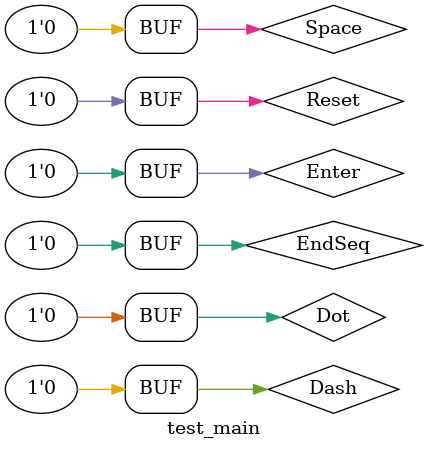
<source format=v>
`timescale 1ns / 1ps

module test_main();
    reg Dot, Dash, Space, EndSeq, Enter, Clear, Reset;
    wire [127:0] translatedCharacters;
    morse_code_main Main (Dot, Dash, Space, EndSeq, Enter, Clear, Reset, translatedCharacters);
    
    initial begin
        Reset = 1'b1; #10
        Reset = 1'b0; #10
        
        //Input sequence will be "ABCD 0"
        
        //Input A
        Dot = 1'b1; #10
        Dot = 1'b0; #10
        
        Dash = 1'b1; #10
        Dash = 1'b0; #10
        
        EndSeq = 1'b1; #10
        EndSeq = 1'b0; #10
        
        //Input B
        Dash = 1'b1; #10
        Dash = 1'b0; #10
        
        Dot = 1'b1; #10
        Dot = 1'b0; #10
        
        Dot = 1'b1; #10
        Dot = 1'b0; #10
        
        Dot = 1'b1; #10
        Dot = 1'b0; #10
        
        EndSeq = 1'b1; #10
        EndSeq = 1'b0; #10
        
        //Input Space
        Space = 1'b1; #10
        Space = 1'b0; #10
        
        //Input C
        Dash = 1'b1; #10
        Dash = 1'b0; #10
        
        Dot = 1'b1; #10
        Dot = 1'b0; #10
        
        Dash = 1'b1; #10
        Dash = 1'b0; #10
        
        Dot = 1'b1; #10
        Dot = 1'b0; #10
        
        EndSeq = 1'b1; #10
        EndSeq = 1'b0; #10
        
        //Input D
        Dash = 1'b1; #10
        Dash = 1'b0; #10
        
        Dot = 1'b1; #10
        Dot = 1'b0; #10
        
        Dot = 1'b1; #10
        Dot = 1'b0; #10
        
        EndSeq = 1'b1; #10
        EndSeq = 1'b0; #10
        
        //Input 1
        Dot = 1'b1; #10
        Dot = 1'b0; #10
        
        Dash = 1'b1; #10
        Dash = 1'b0; #10
        
        Dash = 1'b1; #10
        Dash = 1'b0; #10
        
        Dash = 1'b1; #10
        Dash = 1'b0; #10
        
        Dash = 1'b1; #10
        Dash = 1'b0; #10
        
        EndSeq = 1'b1; #10
        EndSeq = 1'b0; #10

        //Input E
        Dot = 1'b1; #10
        Dot = 1'b0; #10
        
        EndSeq = 1'b1; #10
        EndSeq = 1'b0; #10
        
        //Input E
        Dot = 1'b1; #10
        Dot = 1'b0; #10
        
        EndSeq = 1'b1; #10
        EndSeq = 1'b0; #10
        
        //Input E
        Dot = 1'b1; #10
        Dot = 1'b0; #10
        
        EndSeq = 1'b1; #10
        EndSeq = 1'b0; #10
        
        //Input E
        Dot = 1'b1; #10
        Dot = 1'b0; #10
        
        EndSeq = 1'b1; #10
        EndSeq = 1'b0; #10
        
        //Input E
        Dot = 1'b1; #10
        Dot = 1'b0; #10
        
        EndSeq = 1'b1; #10
        EndSeq = 1'b0; #10
        
        //Input E
        Dot = 1'b1; #10
        Dot = 1'b0; #10
        
        EndSeq = 1'b1; #10
        EndSeq = 1'b0; #10
        
        //Input E
        Dot = 1'b1; #10
        Dot = 1'b0; #10
        
        EndSeq = 1'b1; #10
        EndSeq = 1'b0; #10
        
        //Input E
        Dot = 1'b1; #10
        Dot = 1'b0; #10
        
        EndSeq = 1'b1; #10
        EndSeq = 1'b0; #10
        
        //Input E
        Dot = 1'b1; #10
        Dot = 1'b0; #10
        
        EndSeq = 1'b1; #10
        EndSeq = 1'b0; #10
        
        //Input E
        Dot = 1'b1; #10
        Dot = 1'b0; #10
        
        EndSeq = 1'b1; #10
        EndSeq = 1'b0; #10
        
        //Input S
        Dot = 1'b1; #10
        Dot = 1'b0; #10
        
        Dot = 1'b1; #10
        Dot = 1'b0; #10
        
        Dot = 1'b1; #10
        Dot = 1'b0; #10
        
        EndSeq = 1'b1; #10
        EndSeq = 1'b0; #10
        
        //Enter
        Enter = 1'b1; #10
        Enter = 1'b0; #10;
        
    end
endmodule

</source>
